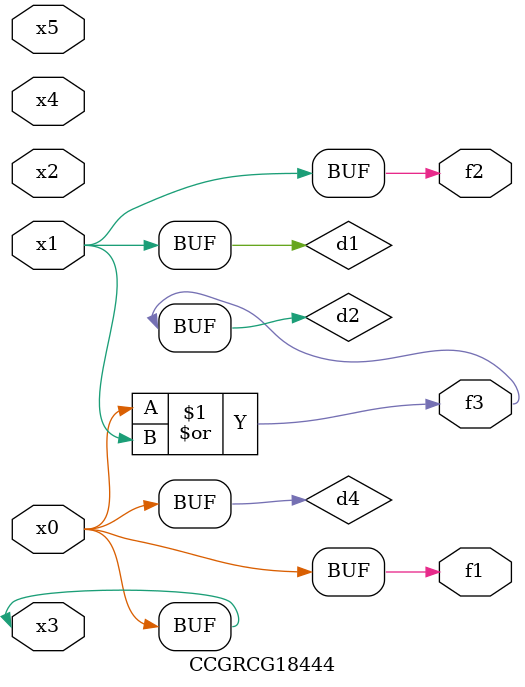
<source format=v>
module CCGRCG18444(
	input x0, x1, x2, x3, x4, x5,
	output f1, f2, f3
);

	wire d1, d2, d3, d4;

	and (d1, x1);
	or (d2, x0, x1);
	nand (d3, x0, x5);
	buf (d4, x0, x3);
	assign f1 = d4;
	assign f2 = d1;
	assign f3 = d2;
endmodule

</source>
